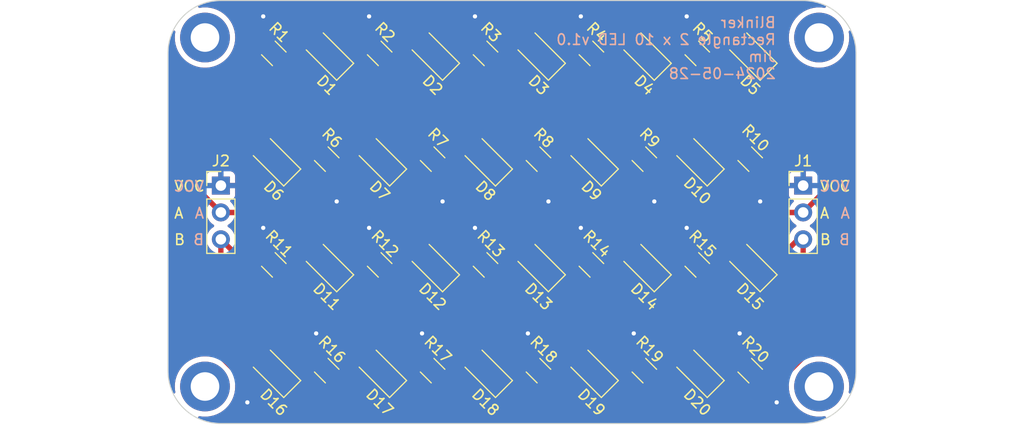
<source format=kicad_pcb>
(kicad_pcb (version 20221018) (generator pcbnew)
  (layers (0 "F.Cu" signal) (31 "B.Cu" signal) (34 "B.Paste" user) (35 "F.Paste" user) (36 "B.SilkS" user "B.Silkscreen") (37 "F.SilkS" user "F.Silkscreen") (38 "B.Mask" user) (39 "F.Mask" user) (44 "Edge.Cuts" user))
  (net 0 "")
  (net 1 "Net-(D1-K)")
  (net 2 "Net-(D1-A)")
  (net 3 "Net-(D2-A)")
  (net 4 "Net-(D3-A)")
  (net 5 "Net-(D4-A)")
  (net 6 "Net-(D5-A)")
  (net 7 "Net-(D6-A)")
  (net 8 "Net-(D7-A)")
  (net 9 "Net-(D8-A)")
  (net 10 "Net-(D9-A)")
  (net 11 "Net-(D10-A)")
  (net 12 "Net-(D11-K)")
  (net 13 "Net-(D11-A)")
  (net 14 "Net-(D12-A)")
  (net 15 "Net-(D13-A)")
  (net 16 "Net-(D14-A)")
  (net 17 "Net-(D15-A)")
  (net 18 "Net-(D16-A)")
  (net 19 "Net-(D17-A)")
  (net 20 "Net-(D18-A)")
  (net 21 "Net-(D19-A)")
  (net 22 "Net-(D20-A)")
  (net 23 "VCC")
  (footprint "MountingHole:MountingHole_2.7mm_M2.5_DIN965_Pad_TopBottom" (layer "F.Cu") (at 76.5 51.5)
    (fp_text reference "REF**" hide)
    (fp_text value "MountingHole_2.7mm_M2.5_DIN965_Pad_TopBottom")
    (pad "1" thru_hole circle (at 0 0) (size 3.1 3.1) (drill 2.7) (layers "*.Cu" "*.Mask"))
    (pad "1" connect circle (at 0 0) (size 4.7 4.7) (layers "F.Cu" "F.Mask"))
    (pad "1" connect circle (at 0 0) (size 4.7 4.7) (layers "B.Cu" "B.Mask"))
  )
  (footprint "Diode_SMD:D_1206_3216Metric_Pad1.42x1.75mm_HandSolder" (layer "F.Cu") (at 60 20 135)
    (fp_text reference "D4" (at -2.12132 -2.12132 135) (layer "F.SilkS"))
    (fp_text value "LED")
    (fp_line (start -2.46 -1.135) (end -2.46 1.135) (stroke (width 0.12)) (layer "F.SilkS"))
    (fp_line (start -2.46 1.135) (end 1.6 1.135) (stroke (width 0.12)) (layer "F.SilkS"))
    (fp_line (start 1.6 -1.135) (end -2.46 -1.135) (stroke (width 0.12)) (layer "F.SilkS"))
    (pad "1" smd roundrect (at -1.4875 0 135) (size 1.425 1.75) (layers "F.Cu" "F.Paste" "F.Mask") (roundrect_rratio 0.1754392982) (net 1 "Net-(D1-K)"))
    (pad "2" smd roundrect (at 1.4875 0 135) (size 1.425 1.75) (layers "F.Cu" "F.Paste" "F.Mask") (roundrect_rratio 0.1754392982) (net 5 "Net-(D4-A)"))
  )
  (footprint "Diode_SMD:D_1206_3216Metric_Pad1.42x1.75mm_HandSolder" (layer "F.Cu") (at 65 50 135)
    (fp_text reference "D20" (at -2.12132 -2.12132 135) (layer "F.SilkS"))
    (fp_text value "LED")
    (fp_line (start -2.46 -1.135) (end -2.46 1.135) (stroke (width 0.12)) (layer "F.SilkS"))
    (fp_line (start -2.46 1.135) (end 1.6 1.135) (stroke (width 0.12)) (layer "F.SilkS"))
    (fp_line (start 1.6 -1.135) (end -2.46 -1.135) (stroke (width 0.12)) (layer "F.SilkS"))
    (pad "1" smd roundrect (at -1.4875 0 135) (size 1.425 1.75) (layers "F.Cu" "F.Paste" "F.Mask") (roundrect_rratio 0.1754392982) (net 12 "Net-(D11-K)"))
    (pad "2" smd roundrect (at 1.4875 0 135) (size 1.425 1.75) (layers "F.Cu" "F.Paste" "F.Mask") (roundrect_rratio 0.1754392982) (net 22 "Net-(D20-A)"))
  )
  (footprint "MountingHole:MountingHole_2.7mm_M2.5_DIN965_Pad_TopBottom" (layer "F.Cu") (at 18.5 18.5)
    (fp_text reference "REF**" hide)
    (fp_text value "MountingHole_2.7mm_M2.5_DIN965_Pad_TopBottom")
    (pad "1" thru_hole circle (at 0 0) (size 3.1 3.1) (drill 2.7) (layers "*.Cu" "*.Mask"))
    (pad "1" connect circle (at 0 0) (size 4.7 4.7) (layers "F.Cu" "F.Mask"))
    (pad "1" connect circle (at 0 0) (size 4.7 4.7) (layers "B.Cu" "B.Mask"))
  )
  (footprint "Diode_SMD:D_1206_3216Metric_Pad1.42x1.75mm_HandSolder" (layer "F.Cu") (at 25 50 135)
    (fp_text reference "D16" (at -2.12132 -2.12132 135) (layer "F.SilkS"))
    (fp_text value "LED")
    (fp_line (start -2.46 -1.135) (end -2.46 1.135) (stroke (width 0.12)) (layer "F.SilkS"))
    (fp_line (start -2.46 1.135) (end 1.6 1.135) (stroke (width 0.12)) (layer "F.SilkS"))
    (fp_line (start 1.6 -1.135) (end -2.46 -1.135) (stroke (width 0.12)) (layer "F.SilkS"))
    (pad "1" smd roundrect (at -1.4875 0 135) (size 1.425 1.75) (layers "F.Cu" "F.Paste" "F.Mask") (roundrect_rratio 0.1754392982) (net 12 "Net-(D11-K)"))
    (pad "2" smd roundrect (at 1.4875 0 135) (size 1.425 1.75) (layers "F.Cu" "F.Paste" "F.Mask") (roundrect_rratio 0.1754392982) (net 18 "Net-(D16-A)"))
  )
  (footprint "Diode_SMD:D_1206_3216Metric_Pad1.42x1.75mm_HandSolder" (layer "F.Cu") (at 50 20 135)
    (fp_text reference "D3" (at -2.12132 -2.12132 135) (layer "F.SilkS"))
    (fp_text value "LED")
    (fp_line (start -2.46 -1.135) (end -2.46 1.135) (stroke (width 0.12)) (layer "F.SilkS"))
    (fp_line (start -2.46 1.135) (end 1.6 1.135) (stroke (width 0.12)) (layer "F.SilkS"))
    (fp_line (start 1.6 -1.135) (end -2.46 -1.135) (stroke (width 0.12)) (layer "F.SilkS"))
    (pad "1" smd roundrect (at -1.4875 0 135) (size 1.425 1.75) (layers "F.Cu" "F.Paste" "F.Mask") (roundrect_rratio 0.1754392982) (net 1 "Net-(D1-K)"))
    (pad "2" smd roundrect (at 1.4875 0 135) (size 1.425 1.75) (layers "F.Cu" "F.Paste" "F.Mask") (roundrect_rratio 0.1754392982) (net 4 "Net-(D3-A)"))
  )
  (footprint "Resistor_SMD:R_1206_3216Metric_Pad1.30x1.75mm_HandSolder" (layer "F.Cu") (at 65 20 -45)
    (fp_text reference "R5" (at -1.06066 -1.767767 135) (layer "F.SilkS"))
    (fp_text value "R")
    (fp_line (start -0.727064 -0.91) (end 0.727064 -0.91) (stroke (width 0.12)) (layer "F.SilkS"))
    (fp_line (start -0.727064 0.91) (end 0.727064 0.91) (stroke (width 0.12)) (layer "F.SilkS"))
    (pad "1" smd roundrect (at -1.55 0 315) (size 1.3 1.75) (layers "F.Cu" "F.Paste" "F.Mask") (roundrect_rratio 0.1923076923) (net 23 "VCC"))
    (pad "2" smd roundrect (at 1.55 0 315) (size 1.3 1.75) (layers "F.Cu" "F.Paste" "F.Mask") (roundrect_rratio 0.1923076923) (net 6 "Net-(D5-A)"))
  )
  (footprint "Diode_SMD:D_1206_3216Metric_Pad1.42x1.75mm_HandSolder" (layer "F.Cu") (at 40 20 135)
    (fp_text reference "D2" (at -2.12132 -2.12132 135) (layer "F.SilkS"))
    (fp_text value "LED")
    (fp_line (start -2.46 -1.135) (end -2.46 1.135) (stroke (width 0.12)) (layer "F.SilkS"))
    (fp_line (start -2.46 1.135) (end 1.6 1.135) (stroke (width 0.12)) (layer "F.SilkS"))
    (fp_line (start 1.6 -1.135) (end -2.46 -1.135) (stroke (width 0.12)) (layer "F.SilkS"))
    (pad "1" smd roundrect (at -1.4875 0 135) (size 1.425 1.75) (layers "F.Cu" "F.Paste" "F.Mask") (roundrect_rratio 0.1754392982) (net 1 "Net-(D1-K)"))
    (pad "2" smd roundrect (at 1.4875 0 135) (size 1.425 1.75) (layers "F.Cu" "F.Paste" "F.Mask") (roundrect_rratio 0.1754392982) (net 3 "Net-(D2-A)"))
  )
  (footprint "Diode_SMD:D_1206_3216Metric_Pad1.42x1.75mm_HandSolder" (layer "F.Cu") (at 40 40 135)
    (fp_text reference "D12" (at -2.12132 -2.12132 135) (layer "F.SilkS"))
    (fp_text value "LED")
    (fp_line (start -2.46 -1.135) (end -2.46 1.135) (stroke (width 0.12)) (layer "F.SilkS"))
    (fp_line (start -2.46 1.135) (end 1.6 1.135) (stroke (width 0.12)) (layer "F.SilkS"))
    (fp_line (start 1.6 -1.135) (end -2.46 -1.135) (stroke (width 0.12)) (layer "F.SilkS"))
    (pad "1" smd roundrect (at -1.4875 0 135) (size 1.425 1.75) (layers "F.Cu" "F.Paste" "F.Mask") (roundrect_rratio 0.1754392982) (net 12 "Net-(D11-K)"))
    (pad "2" smd roundrect (at 1.4875 0 135) (size 1.425 1.75) (layers "F.Cu" "F.Paste" "F.Mask") (roundrect_rratio 0.1754392982) (net 14 "Net-(D12-A)"))
  )
  (footprint "Resistor_SMD:R_1206_3216Metric_Pad1.30x1.75mm_HandSolder" (layer "F.Cu") (at 45 40 -45)
    (fp_text reference "R13" (at -1.06066 -1.767767 135) (layer "F.SilkS"))
    (fp_text value "R")
    (fp_line (start -0.727064 -0.91) (end 0.727064 -0.91) (stroke (width 0.12)) (layer "F.SilkS"))
    (fp_line (start -0.727064 0.91) (end 0.727064 0.91) (stroke (width 0.12)) (layer "F.SilkS"))
    (pad "1" smd roundrect (at -1.55 0 315) (size 1.3 1.75) (layers "F.Cu" "F.Paste" "F.Mask") (roundrect_rratio 0.1923076923) (net 23 "VCC"))
    (pad "2" smd roundrect (at 1.55 0 315) (size 1.3 1.75) (layers "F.Cu" "F.Paste" "F.Mask") (roundrect_rratio 0.1923076923) (net 15 "Net-(D13-A)"))
  )
  (footprint "Resistor_SMD:R_1206_3216Metric_Pad1.30x1.75mm_HandSolder" (layer "F.Cu") (at 55 20 -45)
    (fp_text reference "R4" (at -1.06066 -1.767767 135) (layer "F.SilkS"))
    (fp_text value "R")
    (fp_line (start -0.727064 -0.91) (end 0.727064 -0.91) (stroke (width 0.12)) (layer "F.SilkS"))
    (fp_line (start -0.727064 0.91) (end 0.727064 0.91) (stroke (width 0.12)) (layer "F.SilkS"))
    (pad "1" smd roundrect (at -1.55 0 315) (size 1.3 1.75) (layers "F.Cu" "F.Paste" "F.Mask") (roundrect_rratio 0.1923076923) (net 23 "VCC"))
    (pad "2" smd roundrect (at 1.55 0 315) (size 1.3 1.75) (layers "F.Cu" "F.Paste" "F.Mask") (roundrect_rratio 0.1923076923) (net 5 "Net-(D4-A)"))
  )
  (footprint "Diode_SMD:D_1206_3216Metric_Pad1.42x1.75mm_HandSolder" (layer "F.Cu") (at 30 40 135)
    (fp_text reference "D11" (at -2.12132 -2.12132 135) (layer "F.SilkS"))
    (fp_text value "LED")
    (fp_line (start -2.46 -1.135) (end -2.46 1.135) (stroke (width 0.12)) (layer "F.SilkS"))
    (fp_line (start -2.46 1.135) (end 1.6 1.135) (stroke (width 0.12)) (layer "F.SilkS"))
    (fp_line (start 1.6 -1.135) (end -2.46 -1.135) (stroke (width 0.12)) (layer "F.SilkS"))
    (pad "1" smd roundrect (at -1.4875 0 135) (size 1.425 1.75) (layers "F.Cu" "F.Paste" "F.Mask") (roundrect_rratio 0.1754392982) (net 12 "Net-(D11-K)"))
    (pad "2" smd roundrect (at 1.4875 0 135) (size 1.425 1.75) (layers "F.Cu" "F.Paste" "F.Mask") (roundrect_rratio 0.1754392982) (net 13 "Net-(D11-A)"))
  )
  (footprint "Diode_SMD:D_1206_3216Metric_Pad1.42x1.75mm_HandSolder" (layer "F.Cu") (at 30 20 135)
    (fp_text reference "D1" (at -2.12132 -2.12132 135) (layer "F.SilkS"))
    (fp_text value "LED")
    (fp_line (start -2.46 -1.135) (end -2.46 1.135) (stroke (width 0.12)) (layer "F.SilkS"))
    (fp_line (start -2.46 1.135) (end 1.6 1.135) (stroke (width 0.12)) (layer "F.SilkS"))
    (fp_line (start 1.6 -1.135) (end -2.46 -1.135) (stroke (width 0.12)) (layer "F.SilkS"))
    (pad "1" smd roundrect (at -1.4875 0 135) (size 1.425 1.75) (layers "F.Cu" "F.Paste" "F.Mask") (roundrect_rratio 0.1754392982) (net 1 "Net-(D1-K)"))
    (pad "2" smd roundrect (at 1.4875 0 135) (size 1.425 1.75) (layers "F.Cu" "F.Paste" "F.Mask") (roundrect_rratio 0.1754392982) (net 2 "Net-(D1-A)"))
  )
  (footprint "Diode_SMD:D_1206_3216Metric_Pad1.42x1.75mm_HandSolder" (layer "F.Cu") (at 70 20 135)
    (fp_text reference "D5" (at -2.12132 -2.12132 135) (layer "F.SilkS"))
    (fp_text value "LED")
    (fp_line (start -2.46 -1.135) (end -2.46 1.135) (stroke (width 0.12)) (layer "F.SilkS"))
    (fp_line (start -2.46 1.135) (end 1.6 1.135) (stroke (width 0.12)) (layer "F.SilkS"))
    (fp_line (start 1.6 -1.135) (end -2.46 -1.135) (stroke (width 0.12)) (layer "F.SilkS"))
    (pad "1" smd roundrect (at -1.4875 0 135) (size 1.425 1.75) (layers "F.Cu" "F.Paste" "F.Mask") (roundrect_rratio 0.1754392982) (net 1 "Net-(D1-K)"))
    (pad "2" smd roundrect (at 1.4875 0 135) (size 1.425 1.75) (layers "F.Cu" "F.Paste" "F.Mask") (roundrect_rratio 0.1754392982) (net 6 "Net-(D5-A)"))
  )
  (footprint "MountingHole:MountingHole_2.7mm_M2.5_DIN965_Pad_TopBottom" (layer "F.Cu") (at 18.5 51.5)
    (fp_text reference "REF**" hide)
    (fp_text value "MountingHole_2.7mm_M2.5_DIN965_Pad_TopBottom")
    (pad "1" thru_hole circle (at 0 0) (size 3.1 3.1) (drill 2.7) (layers "*.Cu" "*.Mask"))
    (pad "1" connect circle (at 0 0) (size 4.7 4.7) (layers "F.Cu" "F.Mask"))
    (pad "1" connect circle (at 0 0) (size 4.7 4.7) (layers "B.Cu" "B.Mask"))
  )
  (footprint "Resistor_SMD:R_1206_3216Metric_Pad1.30x1.75mm_HandSolder" (layer "F.Cu") (at 40 50 135)
    (fp_text reference "R17" (at 1.06066 1.767767 135) (layer "F.SilkS"))
    (fp_text value "R")
    (fp_line (start -0.727064 -0.91) (end 0.727064 -0.91) (stroke (width 0.12)) (layer "F.SilkS"))
    (fp_line (start -0.727064 0.91) (end 0.727064 0.91) (stroke (width 0.12)) (layer "F.SilkS"))
    (pad "1" smd roundrect (at -1.55 0 135) (size 1.3 1.75) (layers "F.Cu" "F.Paste" "F.Mask") (roundrect_rratio 0.1923076923) (net 23 "VCC"))
    (pad "2" smd roundrect (at 1.55 0 135) (size 1.3 1.75) (layers "F.Cu" "F.Paste" "F.Mask") (roundrect_rratio 0.1923076923) (net 19 "Net-(D17-A)"))
  )
  (footprint "Resistor_SMD:R_1206_3216Metric_Pad1.30x1.75mm_HandSolder" (layer "F.Cu") (at 65 40 -45)
    (fp_text reference "R15" (at -1.06066 -1.767767 135) (layer "F.SilkS"))
    (fp_text value "R")
    (fp_line (start -0.727064 -0.91) (end 0.727064 -0.91) (stroke (width 0.12)) (layer "F.SilkS"))
    (fp_line (start -0.727064 0.91) (end 0.727064 0.91) (stroke (width 0.12)) (layer "F.SilkS"))
    (pad "1" smd roundrect (at -1.55 0 315) (size 1.3 1.75) (layers "F.Cu" "F.Paste" "F.Mask") (roundrect_rratio 0.1923076923) (net 23 "VCC"))
    (pad "2" smd roundrect (at 1.55 0 315) (size 1.3 1.75) (layers "F.Cu" "F.Paste" "F.Mask") (roundrect_rratio 0.1923076923) (net 17 "Net-(D15-A)"))
  )
  (footprint "Diode_SMD:D_1206_3216Metric_Pad1.42x1.75mm_HandSolder" (layer "F.Cu") (at 45 30 135)
    (fp_text reference "D8" (at -2.12132 -2.12132 135) (layer "F.SilkS"))
    (fp_text value "LED")
    (fp_line (start -2.46 -1.135) (end -2.46 1.135) (stroke (width 0.12)) (layer "F.SilkS"))
    (fp_line (start -2.46 1.135) (end 1.6 1.135) (stroke (width 0.12)) (layer "F.SilkS"))
    (fp_line (start 1.6 -1.135) (end -2.46 -1.135) (stroke (width 0.12)) (layer "F.SilkS"))
    (pad "1" smd roundrect (at -1.4875 0 135) (size 1.425 1.75) (layers "F.Cu" "F.Paste" "F.Mask") (roundrect_rratio 0.1754392982) (net 1 "Net-(D1-K)"))
    (pad "2" smd roundrect (at 1.4875 0 135) (size 1.425 1.75) (layers "F.Cu" "F.Paste" "F.Mask") (roundrect_rratio 0.1754392982) (net 9 "Net-(D8-A)"))
  )
  (footprint "MountingHole:MountingHole_2.7mm_M2.5_DIN965_Pad_TopBottom" (layer "F.Cu") (at 76.5 18.5)
    (fp_text reference "REF**" hide)
    (fp_text value "MountingHole_2.7mm_M2.5_DIN965_Pad_TopBottom")
    (pad "1" thru_hole circle (at 0 0) (size 3.1 3.1) (drill 2.7) (layers "*.Cu" "*.Mask"))
    (pad "1" connect circle (at 0 0) (size 4.7 4.7) (layers "F.Cu" "F.Mask"))
    (pad "1" connect circle (at 0 0) (size 4.7 4.7) (layers "B.Cu" "B.Mask"))
  )
  (footprint "Diode_SMD:D_1206_3216Metric_Pad1.42x1.75mm_HandSolder" (layer "F.Cu") (at 50 40 135)
    (fp_text reference "D13" (at -2.12132 -2.12132 135) (layer "F.SilkS"))
    (fp_text value "LED")
    (fp_line (start -2.46 -1.135) (end -2.46 1.135) (stroke (width 0.12)) (layer "F.SilkS"))
    (fp_line (start -2.46 1.135) (end 1.6 1.135) (stroke (width 0.12)) (layer "F.SilkS"))
    (fp_line (start 1.6 -1.135) (end -2.46 -1.135) (stroke (width 0.12)) (layer "F.SilkS"))
    (pad "1" smd roundrect (at -1.4875 0 135) (size 1.425 1.75) (layers "F.Cu" "F.Paste" "F.Mask") (roundrect_rratio 0.1754392982) (net 12 "Net-(D11-K)"))
    (pad "2" smd roundrect (at 1.4875 0 135) (size 1.425 1.75) (layers "F.Cu" "F.Paste" "F.Mask") (roundrect_rratio 0.1754392982) (net 15 "Net-(D13-A)"))
  )
  (footprint "Connector_PinHeader_2.54mm:PinHeader_1x03_P2.54mm_Vertical" (layer "F.Cu") (at 20 32.5)
    (fp_text reference "J2" (at 0 -2.33) (layer "F.SilkS"))
    (fp_text value "To Base")
    (fp_line (start -1.33 -1.33) (end 0 -1.33) (stroke (width 0.12)) (layer "F.SilkS"))
    (fp_line (start -1.33 0) (end -1.33 -1.33) (stroke (width 0.12)) (layer "F.SilkS"))
    (fp_line (start -1.33 1.27) (end -1.33 6.41) (stroke (width 0.12)) (layer "F.SilkS"))
    (fp_line (start -1.33 1.27) (end 1.33 1.27) (stroke (width 0.12)) (layer "F.SilkS"))
    (fp_line (start -1.33 6.41) (end 1.33 6.41) (stroke (width 0.12)) (layer "F.SilkS"))
    (fp_line (start 1.33 1.27) (end 1.33 6.41) (stroke (width 0.12)) (layer "F.SilkS"))
    (pad "1" thru_hole rect (at 0 0) (size 1.7 1.7) (drill 1) (layers "*.Cu" "*.Mask") (net 23 "VCC"))
    (pad "2" thru_hole oval (at 0 2.54) (size 1.7 1.7) (drill 1) (layers "*.Cu" "*.Mask") (net 1 "Net-(D1-K)"))
    (pad "3" thru_hole oval (at 0 5.08) (size 1.7 1.7) (drill 1) (layers "*.Cu" "*.Mask") (net 12 "Net-(D11-K)"))
  )
  (footprint "Diode_SMD:D_1206_3216Metric_Pad1.42x1.75mm_HandSolder" (layer "F.Cu") (at 60 40 135)
    (fp_text reference "D14" (at -2.12132 -2.12132 135) (layer "F.SilkS"))
    (fp_text value "LED")
    (fp_line (start -2.46 -1.135) (end -2.46 1.135) (stroke (width 0.12)) (layer "F.SilkS"))
    (fp_line (start -2.46 1.135) (end 1.6 1.135) (stroke (width 0.12)) (layer "F.SilkS"))
    (fp_line (start 1.6 -1.135) (end -2.46 -1.135) (stroke (width 0.12)) (layer "F.SilkS"))
    (pad "1" smd roundrect (at -1.4875 0 135) (size 1.425 1.75) (layers "F.Cu" "F.Paste" "F.Mask") (roundrect_rratio 0.1754392982) (net 12 "Net-(D11-K)"))
    (pad "2" smd roundrect (at 1.4875 0 135) (size 1.425 1.75) (layers "F.Cu" "F.Paste" "F.Mask") (roundrect_rratio 0.1754392982) (net 16 "Net-(D14-A)"))
  )
  (footprint "Diode_SMD:D_1206_3216Metric_Pad1.42x1.75mm_HandSolder" (layer "F.Cu") (at 45 50 135)
    (fp_text reference "D18" (at -2.12132 -2.12132 135) (layer "F.SilkS"))
    (fp_text value "LED")
    (fp_line (start -2.46 -1.135) (end -2.46 1.135) (stroke (width 0.12)) (layer "F.SilkS"))
    (fp_line (start -2.46 1.135) (end 1.6 1.135) (stroke (width 0.12)) (layer "F.SilkS"))
    (fp_line (start 1.6 -1.135) (end -2.46 -1.135) (stroke (width 0.12)) (layer "F.SilkS"))
    (pad "1" smd roundrect (at -1.4875 0 135) (size 1.425 1.75) (layers "F.Cu" "F.Paste" "F.Mask") (roundrect_rratio 0.1754392982) (net 12 "Net-(D11-K)"))
    (pad "2" smd roundrect (at 1.4875 0 135) (size 1.425 1.75) (layers "F.Cu" "F.Paste" "F.Mask") (roundrect_rratio 0.1754392982) (net 20 "Net-(D18-A)"))
  )
  (footprint "Resistor_SMD:R_1206_3216Metric_Pad1.30x1.75mm_HandSolder" (layer "F.Cu") (at 50 30 135)
    (fp_text reference "R8" (at 1.06066 1.767767 135) (layer "F.SilkS"))
    (fp_text value "R")
    (fp_line (start -0.727064 -0.91) (end 0.727064 -0.91) (stroke (width 0.12)) (layer "F.SilkS"))
    (fp_line (start -0.727064 0.91) (end 0.727064 0.91) (stroke (width 0.12)) (layer "F.SilkS"))
    (pad "1" smd roundrect (at -1.55 0 135) (size 1.3 1.75) (layers "F.Cu" "F.Paste" "F.Mask") (roundrect_rratio 0.1923076923) (net 23 "VCC"))
    (pad "2" smd roundrect (at 1.55 0 135) (size 1.3 1.75) (layers "F.Cu" "F.Paste" "F.Mask") (roundrect_rratio 0.1923076923) (net 9 "Net-(D8-A)"))
  )
  (footprint "Resistor_SMD:R_1206_3216Metric_Pad1.30x1.75mm_HandSolder" (layer "F.Cu") (at 70 50 135)
    (fp_text reference "R20" (at 1.06066 1.767767 135) (layer "F.SilkS"))
    (fp_text value "R")
    (fp_line (start -0.727064 -0.91) (end 0.727064 -0.91) (stroke (width 0.12)) (layer "F.SilkS"))
    (fp_line (start -0.727064 0.91) (end 0.727064 0.91) (stroke (width 0.12)) (layer "F.SilkS"))
    (pad "1" smd roundrect (at -1.55 0 135) (size 1.3 1.75) (layers "F.Cu" "F.Paste" "F.Mask") (roundrect_rratio 0.1923076923) (net 23 "VCC"))
    (pad "2" smd roundrect (at 1.55 0 135) (size 1.3 1.75) (layers "F.Cu" "F.Paste" "F.Mask") (roundrect_rratio 0.1923076923) (net 22 "Net-(D20-A)"))
  )
  (footprint "Diode_SMD:D_1206_3216Metric_Pad1.42x1.75mm_HandSolder" (layer "F.Cu") (at 55 50 135)
    (fp_text reference "D19" (at -2.12132 -2.12132 135) (layer "F.SilkS"))
    (fp_text value "LED")
    (fp_line (start -2.46 -1.135) (end -2.46 1.135) (stroke (width 0.12)) (layer "F.SilkS"))
    (fp_line (start -2.46 1.135) (end 1.6 1.135) (stroke (width 0.12)) (layer "F.SilkS"))
    (fp_line (start 1.6 -1.135) (end -2.46 -1.135) (stroke (width 0.12)) (layer "F.SilkS"))
    (pad "1" smd roundrect (at -1.4875 0 135) (size 1.425 1.75) (layers "F.Cu" "F.Paste" "F.Mask") (roundrect_rratio 0.1754392982) (net 12 "Net-(D11-K)"))
    (pad "2" smd roundrect (at 1.4875 0 135) (size 1.425 1.75) (layers "F.Cu" "F.Paste" "F.Mask") (roundrect_rratio 0.1754392982) (net 21 "Net-(D19-A)"))
  )
  (footprint "Resistor_SMD:R_1206_3216Metric_Pad1.30x1.75mm_HandSolder" (layer "F.Cu") (at 60 50 135)
    (fp_text reference "R19" (at 1.06066 1.767767 135) (layer "F.SilkS"))
    (fp_text value "R")
    (fp_line (start -0.727064 -0.91) (end 0.727064 -0.91) (stroke (width 0.12)) (layer "F.SilkS"))
    (fp_line (start -0.727064 0.91) (end 0.727064 0.91) (stroke (width 0.12)) (layer "F.SilkS"))
    (pad "1" smd roundrect (at -1.55 0 135) (size 1.3 1.75) (layers "F.Cu" "F.Paste" "F.Mask") (roundrect_rratio 0.1923076923) (net 23 "VCC"))
    (pad "2" smd roundrect (at 1.55 0 135) (size 1.3 1.75) (layers "F.Cu" "F.Paste" "F.Mask") (roundrect_rratio 0.1923076923) (net 21 "Net-(D19-A)"))
  )
  (footprint "Diode_SMD:D_1206_3216Metric_Pad1.42x1.75mm_HandSolder" (layer "F.Cu") (at 35 30 135)
    (fp_text reference "D7" (at -2.12132 -2.12132 135) (layer "F.SilkS"))
    (fp_text value "LED")
    (fp_line (start -2.46 -1.135) (end -2.46 1.135) (stroke (width 0.12)) (layer "F.SilkS"))
    (fp_line (start -2.46 1.135) (end 1.6 1.135) (stroke (width 0.12)) (layer "F.SilkS"))
    (fp_line (start 1.6 -1.135) (end -2.46 -1.135) (stroke (width 0.12)) (layer "F.SilkS"))
    (pad "1" smd roundrect (at -1.4875 0 135) (size 1.425 1.75) (layers "F.Cu" "F.Paste" "F.Mask") (roundrect_rratio 0.1754392982) (net 1 "Net-(D1-K)"))
    (pad "2" smd roundrect (at 1.4875 0 135) (size 1.425 1.75) (layers "F.Cu" "F.Paste" "F.Mask") (roundrect_rratio 0.1754392982) (net 8 "Net-(D7-A)"))
  )
  (footprint "Resistor_SMD:R_1206_3216Metric_Pad1.30x1.75mm_HandSolder" (layer "F.Cu") (at 30 50 135)
    (fp_text reference "R16" (at 1.06066 1.767767 135) (layer "F.SilkS"))
    (fp_text value "R")
    (fp_line (start -0.727064 -0.91) (end 0.727064 -0.91) (stroke (width 0.12)) (layer "F.SilkS"))
    (fp_line (start -0.727064 0.91) (end 0.727064 0.91) (stroke (width 0.12)) (layer "F.SilkS"))
    (pad "1" smd roundrect (at -1.55 0 135) (size 1.3 1.75) (layers "F.Cu" "F.Paste" "F.Mask") (roundrect_rratio 0.1923076923) (net 23 "VCC"))
    (pad "2" smd roundrect (at 1.55 0 135) (size 1.3 1.75) (layers "F.Cu" "F.Paste" "F.Mask") (roundrect_rratio 0.1923076923) (net 18 "Net-(D16-A)"))
  )
  (footprint "Resistor_SMD:R_1206_3216Metric_Pad1.30x1.75mm_HandSolder" (layer "F.Cu") (at 40 30 135)
    (fp_text reference "R7" (at 1.06066 1.767767 135) (layer "F.SilkS"))
    (fp_text value "R")
    (fp_line (start -0.727064 -0.91) (end 0.727064 -0.91) (stroke (width 0.12)) (layer "F.SilkS"))
    (fp_line (start -0.727064 0.91) (end 0.727064 0.91) (stroke (width 0.12)) (layer "F.SilkS"))
    (pad "1" smd roundrect (at -1.55 0 135) (size 1.3 1.75) (layers "F.Cu" "F.Paste" "F.Mask") (roundrect_rratio 0.1923076923) (net 23 "VCC"))
    (pad "2" smd roundrect (at 1.55 0 135) (size 1.3 1.75) (layers "F.Cu" "F.Paste" "F.Mask") (roundrect_rratio 0.1923076923) (net 8 "Net-(D7-A)"))
  )
  (footprint "Resistor_SMD:R_1206_3216Metric_Pad1.30x1.75mm_HandSolder" (layer "F.Cu") (at 55 40 -45)
    (fp_text reference "R14" (at -1.06066 -1.767767 135) (layer "F.SilkS"))
    (fp_text value "R")
    (fp_line (start -0.727064 -0.91) (end 0.727064 -0.91) (stroke (width 0.12)) (layer "F.SilkS"))
    (fp_line (start -0.727064 0.91) (end 0.727064 0.91) (stroke (width 0.12)) (layer "F.SilkS"))
    (pad "1" smd roundrect (at -1.55 0 315) (size 1.3 1.75) (layers "F.Cu" "F.Paste" "F.Mask") (roundrect_rratio 0.1923076923) (net 23 "VCC"))
    (pad "2" smd roundrect (at 1.55 0 315) (size 1.3 1.75) (layers "F.Cu" "F.Paste" "F.Mask") (roundrect_rratio 0.1923076923) (net 16 "Net-(D14-A)"))
  )
  (footprint "Resistor_SMD:R_1206_3216Metric_Pad1.30x1.75mm_HandSolder" (layer "F.Cu") (at 70 30 135)
    (fp_text reference "R10" (at 1.06066 1.767767 135) (layer "F.SilkS"))
    (fp_text value "R")
    (fp_line (start -0.727064 -0.91) (end 0.727064 -0.91) (stroke (width 0.12)) (layer "F.SilkS"))
    (fp_line (start -0.727064 0.91) (end 0.727064 0.91) (stroke (width 0.12)) (layer "F.SilkS"))
    (pad "1" smd roundrect (at -1.55 0 135) (size 1.3 1.75) (layers "F.Cu" "F.Paste" "F.Mask") (roundrect_rratio 0.1923076923) (net 23 "VCC"))
    (pad "2" smd roundrect (at 1.55 0 135) (size 1.3 1.75) (layers "F.Cu" "F.Paste" "F.Mask") (roundrect_rratio 0.1923076923) (net 11 "Net-(D10-A)"))
  )
  (footprint "Diode_SMD:D_1206_3216Metric_Pad1.42x1.75mm_HandSolder" (layer "F.Cu") (at 65 30 135)
    (fp_text reference "D10" (at -2.12132 -2.12132 135) (layer "F.SilkS"))
    (fp_text value "LED")
    (fp_line (start -2.46 -1.135) (end -2.46 1.135) (stroke (width 0.12)) (layer "F.SilkS"))
    (fp_line (start -2.46 1.135) (end 1.6 1.135) (stroke (width 0.12)) (layer "F.SilkS"))
    (fp_line (start 1.6 -1.135) (end -2.46 -1.135) (stroke (width 0.12)) (layer "F.SilkS"))
    (pad "1" smd roundrect (at -1.4875 0 135) (size 1.425 1.75) (layers "F.Cu" "F.Paste" "F.Mask") (roundrect_rratio 0.1754392982) (net 1 "Net-(D1-K)"))
    (pad "2" smd roundrect (at 1.4875 0 135) (size 1.425 1.75) (layers "F.Cu" "F.Paste" "F.Mask") (roundrect_rratio 0.1754392982) (net 11 "Net-(D10-A)"))
  )
  (footprint "Resistor_SMD:R_1206_3216Metric_Pad1.30x1.75mm_HandSolder" (layer "F.Cu") (at 35 40 -45)
    (fp_text reference "R12" (at -1.06066 -1.767767 135) (layer "F.SilkS"))
    (fp_text value "R")
    (fp_line (start -0.727064 -0.91) (end 0.727064 -0.91) (stroke (width 0.12)) (layer "F.SilkS"))
    (fp_line (start -0.727064 0.91) (end 0.727064 0.91) (stroke (width 0.12)) (layer "F.SilkS"))
    (pad "1" smd roundrect (at -1.55 0 315) (size 1.3 1.75) (layers "F.Cu" "F.Paste" "F.Mask") (roundrect_rratio 0.1923076923) (net 23 "VCC"))
    (pad "2" smd roundrect (at 1.55 0 315) (size 1.3 1.75) (layers "F.Cu" "F.Paste" "F.Mask") (roundrect_rratio 0.1923076923) (net 14 "Net-(D12-A)"))
  )
  (footprint "Resistor_SMD:R_1206_3216Metric_Pad1.30x1.75mm_HandSolder" (layer "F.Cu") (at 25 40 -45)
    (fp_text reference "R11" (at -1.06066 -1.767767 135) (layer "F.SilkS"))
    (fp_text value "R")
    (fp_line (start -0.727064 -0.91) (end 0.727064 -0.91) (stroke (width 0.12)) (layer "F.SilkS"))
    (fp_line (start -0.727064 0.91) (end 0.727064 0.91) (stroke (width 0.12)) (layer "F.SilkS"))
    (pad "1" smd roundrect (at -1.55 0 315) (size 1.3 1.75) (layers "F.Cu" "F.Paste" "F.Mask") (roundrect_rratio 0.1923076923) (net 23 "VCC"))
    (pad "2" smd roundrect (at 1.55 0 315) (size 1.3 1.75) (layers "F.Cu" "F.Paste" "F.Mask") (roundrect_rratio 0.1923076923) (net 13 "Net-(D11-A)"))
  )
  (footprint "Resistor_SMD:R_1206_3216Metric_Pad1.30x1.75mm_HandSolder" (layer "F.Cu") (at 35 20 -45)
    (fp_text reference "R2" (at -1.06066 -1.767767 135) (layer "F.SilkS"))
    (fp_text value "R")
    (fp_line (start -0.727064 -0.91) (end 0.727064 -0.91) (stroke (width 0.12)) (layer "F.SilkS"))
    (fp_line (start -0.727064 0.91) (end 0.727064 0.91) (stroke (width 0.12)) (layer "F.SilkS"))
    (pad "1" smd roundrect (at -1.55 0 315) (size 1.3 1.75) (layers "F.Cu" "F.Paste" "F.Mask") (roundrect_rratio 0.1923076923) (net 23 "VCC"))
    (pad "2" smd roundrect (at 1.55 0 315) (size 1.3 1.75) (layers "F.Cu" "F.Paste" "F.Mask") (roundrect_rratio 0.1923076923) (net 3 "Net-(D2-A)"))
  )
  (footprint "Diode_SMD:D_1206_3216Metric_Pad1.42x1.75mm_HandSolder" (layer "F.Cu") (at 55 30 135)
    (fp_text reference "D9" (at -2.12132 -2.12132 135) (layer "F.SilkS"))
    (fp_text value "LED")
    (fp_line (start -2.46 -1.135) (end -2.46 1.135) (stroke (width 0.12)) (layer "F.SilkS"))
    (fp_line (start -2.46 1.135) (end 1.6 1.135) (stroke (width 0.12)) (layer "F.SilkS"))
    (fp_line (start 1.6 -1.135) (end -2.46 -1.135) (stroke (width 0.12)) (layer "F.SilkS"))
    (pad "1" smd roundrect (at -1.4875 0 135) (size 1.425 1.75) (layers "F.Cu" "F.Paste" "F.Mask") (roundrect_rratio 0.1754392982) (net 1 "Net-(D1-K)"))
    (pad "2" smd roundrect (at 1.4875 0 135) (size 1.425 1.75) (layers "F.Cu" "F.Paste" "F.Mask") (roundrect_rratio 0.1754392982) (net 10 "Net-(D9-A)"))
  )
  (footprint "Resistor_SMD:R_1206_3216Metric_Pad1.30x1.75mm_HandSolder" (layer "F.Cu") (at 50 50 135)
    (fp_text reference "R18" (at 1.06066 1.767767 135) (layer "F.SilkS"))
    (fp_text value "R")
    (fp_line (start -0.727064 -0.91) (end 0.727064 -0.91) (stroke (width 0.12)) (layer "F.SilkS"))
    (fp_line (start -0.727064 0.91) (end 0.727064 0.91) (stroke (width 0.12)) (layer "F.SilkS"))
    (pad "1" smd roundrect (at -1.55 0 135) (size 1.3 1.75) (layers "F.Cu" "F.Paste" "F.Mask") (roundrect_rratio 0.1923076923) (net 23 "VCC"))
    (pad "2" smd roundrect (at 1.55 0 135) (size 1.3 1.75) (layers "F.Cu" "F.Paste" "F.Mask") (roundrect_rratio 0.1923076923) (net 20 "Net-(D18-A)"))
  )
  (footprint "Resistor_SMD:R_1206_3216Metric_Pad1.30x1.75mm_HandSolder" (layer "F.Cu") (at 60 30 135)
    (fp_text reference "R9" (at 1.06066 1.767767 135) (layer "F.SilkS"))
    (fp_text value "R")
    (fp_line (start -0.727064 -0.91) (end 0.727064 -0.91) (stroke (width 0.12)) (layer "F.SilkS"))
    (fp_line (start -0.727064 0.91) (end 0.727064 0.91) (stroke (width 0.12)) (layer "F.SilkS"))
    (pad "1" smd roundrect (at -1.55 0 135) (size 1.3 1.75) (layers "F.Cu" "F.Paste" "F.Mask") (roundrect_rratio 0.1923076923) (net 23 "VCC"))
    (pad "2" smd roundrect (at 1.55 0 135) (size 1.3 1.75) (layers "F.Cu" "F.Paste" "F.Mask") (roundrect_rratio 0.1923076923) (net 10 "Net-(D9-A)"))
  )
  (footprint "Diode_SMD:D_1206_3216Metric_Pad1.42x1.75mm_HandSolder" (layer "F.Cu") (at 35 50 135)
    (fp_text reference "D17" (at -2.12132 -2.12132 135) (layer "F.SilkS"))
    (fp_text value "LED")
    (fp_line (start -2.46 -1.135) (end -2.46 1.135) (stroke (width 0.12)) (layer "F.SilkS"))
    (fp_line (start -2.46 1.135) (end 1.6 1.135) (stroke (width 0.12)) (layer "F.SilkS"))
    (fp_line (start 1.6 -1.135) (end -2.46 -1.135) (stroke (width 0.12)) (layer "F.SilkS"))
    (pad "1" smd roundrect (at -1.4875 0 135) (size 1.425 1.75) (layers "F.Cu" "F.Paste" "F.Mask") (roundrect_rratio 0.1754392982) (net 12 "Net-(D11-K)"))
    (pad "2" smd roundrect (at 1.4875 0 135) (size 1.425 1.75) (layers "F.Cu" "F.Paste" "F.Mask") (roundrect_rratio 0.1754392982) (net 19 "Net-(D17-A)"))
  )
  (footprint "Diode_SMD:D_1206_3216Metric_Pad1.42x1.75mm_HandSolder" (layer "F.Cu") (at 25 30 135)
    (fp_text reference "D6" (at -2.12132 -2.12132 135) (layer "F.SilkS"))
    (fp_text value "LED")
    (fp_line (start -2.46 -1.135) (end -2.46 1.135) (stroke (width 0.12)) (layer "F.SilkS"))
    (fp_line (start -2.46 1.135) (end 1.6 1.135) (stroke (width 0.12)) (layer "F.SilkS"))
    (fp_line (start 1.6 -1.135) (end -2.46 -1.135) (stroke (width 0.12)) (layer "F.SilkS"))
    (pad "1" smd roundrect (at -1.4875 0 135) (size 1.425 1.75) (layers "F.Cu" "F.Paste" "F.Mask") (roundrect_rratio 0.1754392982) (net 1 "Net-(D1-K)"))
    (pad "2" smd roundrect (at 1.4875 0 135) (size 1.425 1.75) (layers "F.Cu" "F.Paste" "F.Mask") (roundrect_rratio 0.1754392982) (net 7 "Net-(D6-A)"))
  )
  (footprint "Resistor_SMD:R_1206_3216Metric_Pad1.30x1.75mm_HandSolder" (layer "F.Cu") (at 45 20 -45)
    (fp_text reference "R3" (at -1.06066 -1.767767 135) (layer "F.SilkS"))
    (fp_text value "R")
    (fp_line (start -0.727064 -0.91) (end 0.727064 -0.91) (stroke (width 0.12)) (layer "F.SilkS"))
    (fp_line (start -0.727064 0.91) (end 0.727064 0.91) (stroke (width 0.12)) (layer "F.SilkS"))
    (pad "1" smd roundrect (at -1.55 0 315) (size 1.3 1.75) (layers "F.Cu" "F.Paste" "F.Mask") (roundrect_rratio 0.1923076923) (net 23 "VCC"))
    (pad "2" smd roundrect (at 1.55 0 315) (size 1.3 1.75) (layers "F.Cu" "F.Paste" "F.Mask") (roundrect_rratio 0.1923076923) (net 4 "Net-(D3-A)"))
  )
  (footprint "Resistor_SMD:R_1206_3216Metric_Pad1.30x1.75mm_HandSolder" (layer "F.Cu") (at 30 30 135)
    (fp_text reference "R6" (at 1.06066 1.767767 135) (layer "F.SilkS"))
    (fp_text value "R")
    (fp_line (start -0.727064 -0.91) (end 0.727064 -0.91) (stroke (width 0.12)) (layer "F.SilkS"))
    (fp_line (start -0.727064 0.91) (end 0.727064 0.91) (stroke (width 0.12)) (layer "F.SilkS"))
    (pad "1" smd roundrect (at -1.55 0 135) (size 1.3 1.75) (layers "F.Cu" "F.Paste" "F.Mask") (roundrect_rratio 0.1923076923) (net 23 "VCC"))
    (pad "2" smd roundrect (at 1.55 0 135) (size 1.3 1.75) (layers "F.Cu" "F.Paste" "F.Mask") (roundrect_rratio 0.1923076923) (net 7 "Net-(D6-A)"))
  )
  (footprint "Connector_PinHeader_2.54mm:PinHeader_1x03_P2.54mm_Vertical" (layer "F.Cu") (at 75 32.5)
    (fp_text reference "J1" (at 0 -2.33) (layer "F.SilkS"))
    (fp_text value "To Base")
    (fp_line (start -1.33 -1.33) (end 0 -1.33) (stroke (width 0.12)) (layer "F.SilkS"))
    (fp_line (start -1.33 0) (end -1.33 -1.33) (stroke (width 0.12)) (layer "F.SilkS"))
    (fp_line (start -1.33 1.27) (end -1.33 6.41) (stroke (width 0.12)) (layer "F.SilkS"))
    (fp_line (start -1.33 1.27) (end 1.33 1.27) (stroke (width 0.12)) (layer "F.SilkS"))
    (fp_line (start -1.33 6.41) (end 1.33 6.41) (stroke (width 0.12)) (layer "F.SilkS"))
    (fp_line (start 1.33 1.27) (end 1.33 6.41) (stroke (width 0.12)) (layer "F.SilkS"))
    (pad "1" thru_hole rect (at 0 0) (size 1.7 1.7) (drill 1) (layers "*.Cu" "*.Mask") (net 23 "VCC"))
    (pad "2" thru_hole oval (at 0 2.54) (size 1.7 1.7) (drill 1) (layers "*.Cu" "*.Mask") (net 1 "Net-(D1-K)"))
    (pad "3" thru_hole oval (at 0 5.08) (size 1.7 1.7) (drill 1) (layers "*.Cu" "*.Mask") (net 12 "Net-(D11-K)"))
  )
  (footprint "Resistor_SMD:R_1206_3216Metric_Pad1.30x1.75mm_HandSolder" (layer "F.Cu") (at 25 20 -45)
    (fp_text reference "R1" (at -1.06066 -1.767767 135) (layer "F.SilkS"))
    (fp_text value "R")
    (fp_line (start -0.727064 -0.91) (end 0.727064 -0.91) (stroke (width 0.12)) (layer "F.SilkS"))
    (fp_line (start -0.727064 0.91) (end 0.727064 0.91) (stroke (width 0.12)) (layer "F.SilkS"))
    (pad "1" smd roundrect (at -1.55 0 315) (size 1.3 1.75) (layers "F.Cu" "F.Paste" "F.Mask") (roundrect_rratio 0.1923076923) (net 23 "VCC"))
    (pad "2" smd roundrect (at 1.55 0 315) (size 1.3 1.75) (layers "F.Cu" "F.Paste" "F.Mask") (roundrect_rratio 0.1923076923) (net 2 "Net-(D1-A)"))
  )
  (footprint "Diode_SMD:D_1206_3216Metric_Pad1.42x1.75mm_HandSolder" (layer "F.Cu") (at 70 40 135)
    (fp_text reference "D15" (at -2.12132 -2.12132 135) (layer "F.SilkS"))
    (fp_text value "LED")
    (fp_line (start -2.46 -1.135) (end -2.46 1.135) (stroke (width 0.12)) (layer "F.SilkS"))
    (fp_line (start -2.46 1.135) (end 1.6 1.135) (stroke (width 0.12)) (layer "F.SilkS"))
    (fp_line (start 1.6 -1.135) (end -2.46 -1.135) (stroke (width 0.12)) (layer "F.SilkS"))
    (pad "1" smd roundrect (at -1.4875 0 135) (size 1.425 1.75) (layers "F.Cu" "F.Paste" "F.Mask") (roundrect_rratio 0.1754392982) (net 12 "Net-(D11-K)"))
    (pad "2" smd roundrect (at 1.4875 0 135) (size 1.425 1.75) (layers "F.Cu" "F.Paste" "F.Mask") (roundrect_rratio 0.1754392982) (net 17 "Net-(D15-A)"))
  )
  (gr_line (start 80 20) (end 80 50) (stroke (width 0.1)) (layer "Edge.Cuts"))
  (gr_arc (start 15 20) (mid 16.464466 16.464467) (end 20 15) (stroke (width 0.1)) (layer "Edge.Cuts"))
  (gr_line (start 15 50) (end 15 20) (stroke (width 0.1)) (layer "Edge.Cuts"))
  (gr_line (start 20 15) (end 75 15) (stroke (width 0.1)) (layer "Edge.Cuts"))
  (gr_line (start 75 55) (end 20 55) (stroke (width 0.1)) (layer "Edge.Cuts"))
  (gr_arc (start 20 55) (mid 16.464467 53.535534) (end 15 50) (stroke (width 0.1)) (layer "Edge.Cuts"))
  (gr_arc (start 75 15) (mid 78.535533 16.464466) (end 80 20) (stroke (width 0.1)) (layer "Edge.Cuts"))
  (gr_arc (start 80 50) (mid 78.535534 53.535533) (end 75 55) (stroke (width 0.1)) (layer "Edge.Cuts"))
  (gr_text "A" (at 79.5 35.7) (layer "B.SilkS") (effects (font (size 1 1)) (justify left bottom mirror)))
  (gr_text "B" (at 79.5 38.2) (layer "B.SilkS") (effects (font (size 1 1)) (justify left bottom mirror)))
  (gr_text "B" (at 18.5 38.2) (layer "B.SilkS") (effects (font (size 1 1)) (justify left bottom mirror)))
  (gr_text "VCC" (at 79.5 33.15) (layer "B.SilkS") (effects (font (size 1 1)) (justify left bottom mirror)))
  (gr_text "Blinker \nRectangle 2 x 10 LED v1.0\nJim\n2024-05-28" (at 72.5 22.5) (layer "B.SilkS") (effects (font (size 1 1)) (justify left bottom mirror)))
  (gr_text "A" (at 18.5 35.7) (layer "B.SilkS") (effects (font (size 1 1)) (justify left bottom mirror)))
  (gr_text "VCC" (at 18.5 33.15) (layer "B.SilkS") (effects (font (size 1 1)) (justify left bottom mirror)))
  (gr_text "B" (at 76.5 38.2) (layer "F.SilkS") (effects (font (size 1 1)) (justify left bottom)))
  (gr_text "A" (at 76.5 35.7) (layer "F.SilkS") (effects (font (size 1 1)) (justify left bottom)))
  (gr_text "B" (at 15.5 38.2) (layer "F.SilkS") (effects (font (size 1 1)) (justify left bottom)))
  (gr_text "VCC" (at 15.5 33.15) (layer "F.SilkS") (effects (font (size 1 1)) (justify left bottom)))
  (gr_text "VCC" (at 76.5 33.15) (layer "F.SilkS") (effects (font (size 1 1)) (justify left bottom)))
  (gr_text "A" (at 15.5 35.7) (layer "F.SilkS") (effects (font (size 1 1)) (justify left bottom)))
  (segment (start 61.051821 21.051821) (end 62.525698 22.525698) (width 0.5) (layer "F.Cu") (net 1))
  (segment (start 41.051821 21.051821) (end 42.525698 22.525698) (width 0.5) (layer "F.Cu") (net 1))
  (segment (start 69.577944 22.525698) (end 71.051821 21.051821) (width 0.5) (layer "F.Cu") (net 1))
  (segment (start 20 35.04) (end 32.063642 35.04) (width 0.5) (layer "F.Cu") (net 1))
  (segment (start 29.389375 22.525698) (end 35.078386 22.525698) (width 0.5) (layer "F.Cu") (net 1))
  (segment (start 52.063642 35.04) (end 56.051821 31.051821) (width 0.5) (layer "F.Cu") (net 1))
  (segment (start 50.04 35.04) (end 46.051821 31.051821) (width 0.5) (layer "F.Cu") (net 1))
  (segment (start 29.577944 22.525698) (end 29.389375 22.525698) (width 0.5) (layer "F.Cu") (net 1))
  (segment (start 26.033446 22.525698) (end 29.389375 22.525698) (width 0.5) (layer "F.Cu") (net 1))
  (segment (start 70.04 35.04) (end 66.051821 31.051821) (width 0.5) (layer "F.Cu") (net 1))
  (segment (start 17.841056 30.718088) (end 26.033446 22.525698) (width 0.5) (layer "F.Cu") (net 1))
  (segment (start 31.051821 21.051821) (end 32.525698 22.525698) (width 0.5) (layer "F.Cu") (net 1))
  (segment (start 76.61351 26.613509) (end 72.730413 22.730412) (width 0.5) (layer "F.Cu") (net 1))
  (segment (start 59.577944 22.525698) (end 61.051821 21.051821) (width 0.5) (layer "F.Cu") (net 1))
  (segment (start 42.525698 22.525698) (end 43.035129 22.525698) (width 0.5) (layer "F.Cu") (net 1))
  (segment (start 53.979024 22.525698) (end 58.236499 22.525698) (width 0.5) (layer "F.Cu") (net 1))
  (segment (start 75 35.04) (end 30.04 35.04) (width 0.5) (layer "F.Cu") (net 1))
  (segment (start 75 35.04) (end 60.04 35.04) (width 0.5) (layer "F.Cu") (net 1))
  (segment (start 49.577944 22.525698) (end 51.051821 21.051821) (width 0.5) (layer "F.Cu") (net 1))
  (segment (start 72.730413 22.730412) (end 71.051821 21.051821) (width 0.5) (layer "F.Cu") (net 1))
  (segment (start 38.559322 22.525698) (end 39.577944 22.525698) (width 0.5) (layer "F.Cu") (net 1))
  (segment (start 62.063642 35.04) (end 66.051821 31.051821) (width 0.5) (layer "F.Cu") (net 1))
  (segment (start 76.61351 33.42649) (end 76.61351 26.613509) (width 0.5) (layer "F.Cu") (net 1))
  (segment (start 32.525698 22.525698) (end 38.559322 22.525698) (width 0.5) (layer "F.Cu") (net 1))
  (segment (start 32.063642 35.04) (end 36.051821 31.051821) (width 0.5) (layer "F.Cu") (net 1))
  (segment (start 75 35.04) (end 40.04 35.04) (width 0.5) (layer "F.Cu") (net 1))
  (segment (start 20 35.04) (end 17.841056 32.881056) (width 0.5) (layer "F.Cu") (net 1))
  (segment (start 58.236499 22.525698) (end 59.577944 22.525698) (width 0.5) (layer "F.Cu") (net 1))
  (segment (start 75 35.04) (end 70.04 35.04) (width 0.5) (layer "F.Cu") (net 1))
  (segment (start 60.04 35.04) (end 56.051821 31.051821) (width 0.5) (layer "F.Cu") (net 1))
  (segment (start 42.063642 35.04) (end 46.051821 31.051821) (width 0.5) (layer "F.Cu") (net 1))
  (segment (start 75 35.04) (end 50.04 35.04) (width 0.5) (layer "F.Cu") (net 1))
  (segment (start 30.04 35.04) (end 26.051821 31.051821) (width 0.5) (layer "F.Cu") (net 1))
  (segment (start 72.525699 22.525698) (end 72.730413 22.730412) (width 0.5) (layer "F.Cu") (net 1))
  (segment (start 40.04 35.04) (end 36.051821 31.051821) (width 0.5) (layer "F.Cu") (net 1))
  (segment (start 20 35.04) (end 42.063642 35.04) (width 0.5) (layer "F.Cu") (net 1))
  (segment (start 62.525698 22.525698) (end 63.258137 22.525698) (width 0.5) (layer "F.Cu") (net 1))
  (segment (start 31.051821 21.051821) (end 29.577944 22.525698) (width 0.5) (layer "F.Cu") (net 1))
  (segment (start 39.577944 22.525698) (end 41.051821 21.051821) (width 0.5) (layer "F.Cu") (net 1))
  (segment (start 48.739054 22.525698) (end 49.577944 22.525698) (width 0.5) (layer "F.Cu") (net 1))
  (segment (start 48.739054 22.525698) (end 53.979024 22.525698) (width 0.5) (layer "F.Cu") (net 1))
  (segment (start 38.559322 22.525698) (end 43.035129 22.525698) (width 0.5) (layer "F.Cu") (net 1))
  (segment (start 58.236499 22.525698) (end 63.258137 22.525698) (width 0.5) (layer "F.Cu") (net 1))
  (segment (start 43.035129 22.525698) (end 48.739054 22.525698) (width 0.5) (layer "F.Cu") (net 1))
  (segment (start 51.051821 21.051821) (end 52.525698 22.525698) (width 0.5) (layer "F.Cu") (net 1))
  (segment (start 75 35.04) (end 76.61351 33.42649) (width 0.5) (layer "F.Cu") (net 1))
  (segment (start 52.525698 22.525698) (end 53.979024 22.525698) (width 0.5) (layer "F.Cu") (net 1))
  (segment (start 17.841056 32.881056) (end 17.841056 30.718088) (width 0.5) (layer "F.Cu") (net 1))
  (segment (start 20 35.04) (end 52.063642 35.04) (width 0.5) (layer "F.Cu") (net 1))
  (segment (start 63.258137 22.525698) (end 69.577944 22.525698) (width 0.5) (layer "F.Cu") (net 1))
  (segment (start 69.577944 22.525698) (end 72.525699 22.525698) (width 0.5) (layer "F.Cu") (net 1))
  (segment (start 20 35.04) (end 62.063642 35.04) (width 0.5) (layer "F.Cu") (net 1))
  (segment (start 22.063642 35.04) (end 26.051821 31.051821) (width 0.5) (layer "F.Cu") (net 1))
  (segment (start 20 35.04) (end 22.063642 35.04) (width 0.5) (layer "F.Cu") (net 1))
  (segment (start 28.948179 18.948179) (end 28.243853 18.948179) (width 0.5) (layer "F.Cu") (net 2))
  (segment (start 28.243853 18.948179) (end 26.096016 21.096016) (width 0.5) (layer "F.Cu") (net 2))
  (segment (start 38.948179 18.948179) (end 38.243853 18.948179) (width 0.5) (layer "F.Cu") (net 3))
  (segment (start 38.243853 18.948179) (end 36.096016 21.096016) (width 0.5) (layer "F.Cu") (net 3))
  (segment (start 48.243853 18.948179) (end 46.096016 21.096016) (width 0.5) (layer "F.Cu") (net 4))
  (segment (start 48.948179 18.948179) (end 48.243853 18.948179) (width 0.5) (layer "F.Cu") (net 4))
  (segment (start 58.948179 18.948179) (end 58.243853 18.948179) (width 0.5) (layer "F.Cu") (net 5))
  (segment (start 58.243853 18.948179) (end 56.096016 21.096016) (width 0.5) (layer "F.Cu") (net 5))
  (segment (start 68.243853 18.948179) (end 66.096016 21.096016) (width 0.5) (layer "F.Cu") (net 6))
  (segment (start 68.948179 18.948179) (end 68.243853 18.948179) (width 0.5) (layer "F.Cu") (net 6))
  (segment (start 23.948179 28.948179) (end 28.859789 28.948179) (width 0.5) (layer "F.Cu") (net 7))
  (segment (start 28.859789 28.948179) (end 28.903984 28.903984) (width 0.5) (layer "F.Cu") (net 7))
  (segment (start 38.859789 28.948179) (end 38.903984 28.903984) (width 0.5) (layer "F.Cu") (net 8))
  (segment (start 33.948179 28.948179) (end 38.859789 28.948179) (width 0.5) (layer "F.Cu") (net 8))
  (segment (start 48.859789 28.948179) (end 48.903984 28.903984) (width 0.5) (layer "F.Cu") (net 9))
  (segment (start 43.948179 28.948179) (end 48.859789 28.948179) (width 0.5) (layer "F.Cu") (net 9))
  (segment (start 53.948179 28.948179) (end 58.859789 28.948179) (width 0.5) (layer "F.Cu") (net 10))
  (segment (start 58.859789 28.948179) (end 58.903984 28.903984) (width 0.5) (layer "F.Cu") (net 10))
  (segment (start 63.948179 28.948179) (end 68.859789 28.948179) (width 0.5) (layer "F.Cu") (net 11))
  (segment (start 68.859789 28.948179) (end 68.903984 28.903984) (width 0.5) (layer "F.Cu") (net 11))
  (segment (start 20 48.687913) (end 24.973238 53.661151) (width 0.5) (layer "F.Cu") (net 12))
  (segment (start 71.051821 41.051821) (end 74.523642 37.58) (width 0.5) (layer "F.Cu") (net 12))
  (segment (start 69.577944 42.525698) (end 71.051821 41.051821) (width 0.5) (layer "F.Cu") (net 12))
  (segment (start 58.94965 42.525698) (end 62.715878 42.525698) (width 0.5) (layer "F.Cu") (net 12))
  (segment (start 48.742625 42.525698) (end 53.327599 42.525698) (width 0.5) (layer "F.Cu") (net 12))
  (segment (start 41.051821 41.051821) (end 42.525698 42.525698) (width 0.5) (layer "F.Cu") (net 12))
  (segment (start 26.051821 51.051821) (end 22.473074 51.051821) (width 0.5) (layer "F.Cu") (net 12))
  (segment (start 42.525698 42.525698) (end 48.742625 42.525698) (width 0.5) (layer "F.Cu") (net 12))
  (segment (start 48.661151 53.661151) (end 49.462818 53.661151) (width 0.5) (layer "F.Cu") (net 12))
  (segment (start 62.525698 42.525698) (end 62.715878 42.525698) (width 0.5) (layer "F.Cu") (net 12))
  (segment (start 36.051821 51.051821) (end 38.661151 53.661151) (width 0.5) (layer "F.Cu") (net 12))
  (segment (start 32.724026 53.661151) (end 28.661151 53.661151) (width 0.5) (layer "F.Cu") (net 12))
  (segment (start 70.086517 53.661151) (end 75 48.747668) (width 0.5) (layer "F.Cu") (net 12))
  (segment (start 58.760125 53.661151) (end 63.163155 53.661151) (width 0.5) (layer "F.Cu") (net 12))
  (segment (start 63.163155 53.661151) (end 69.403814 53.661151) (width 0.5) (layer "F.Cu") (net 12))
  (segment (start 38.535601 42.525698) (end 39.577944 42.525698) (width 0.5) (layer "F.Cu") (net 12))
  (segment (start 63.442491 53.661151) (end 63.163155 53.661151) (width 0.5) (layer "F.Cu") (net 12))
  (segment (start 52.719605 53.661151) (end 49.462818 53.661151) (width 0.5) (layer "F.Cu") (net 12))
  (segment (start 59.577944 42.525698) (end 61.051821 41.051821) (width 0.5) (layer "F.Cu") (net 12))
  (segment (start 25.241017 53.661151) (end 28.661151 53.661151) (width 0.5) (layer "F.Cu") (net 12))
  (segment (start 46.051821 51.051821) (end 43.442491 53.661151) (width 0.5) (layer "F.Cu") (net 12))
  (segment (start 69.403814 53.661151) (end 70.086517 53.661151) (width 0.5) (layer "F.Cu") (net 12))
  (segment (start 28.465034 42.525698) (end 29.577944 42.525698) (width 0.5) (layer "F.Cu") (net 12))
  (segment (start 36.051821 51.051821) (end 33.442491 53.661151) (width 0.5) (layer "F.Cu") (net 12))
  (segment (start 38.661151 53.661151) (end 39.164822 53.661151) (width 0.5) (layer "F.Cu") (net 12))
  (segment (start 66.051821 51.051821) (end 63.442491 53.661151) (width 0.5) (layer "F.Cu") (net 12))
  (segment (start 52.719605 53.661151) (end 58.760125 53.661151) (width 0.5) (layer "F.Cu") (net 12))
  (segment (start 61.051821 41.051821) (end 62.525698 42.525698) (width 0.5) (layer "F.Cu") (net 12))
  (segment (start 33.442491 53.661151) (end 32.724026 53.661151) (width 0.5) (layer "F.Cu") (net 12))
  (segment (start 51.051821 41.051821) (end 52.525698 42.525698) (width 0.5) (layer "F.Cu") (net 12))
  (segment (start 66.051821 51.051821) (end 68.661151 53.661151) (width 0.5) (layer "F.Cu") (net 12))
  (segment (start 24.945698 42.525698) (end 28.465034 42.525698) (width 0.5) (layer "F.Cu") (net 12))
  (segment (start 24.973238 53.661151) (end 25.241017 53.661151) (width 0.5) (layer "F.Cu") (net 12))
  (segment (start 52.525698 42.525698) (end 53.327599 42.525698) (width 0.5) (layer "F.Cu") (net 12))
  (segment (start 62.715878 42.525698) (end 69.577944 42.525698) (width 0.5) (layer "F.Cu") (net 12))
  (segment (start 43.442491 53.661151) (end 42.51258 53.661151) (width 0.5) (layer "F.Cu") (net 12))
  (segment (start 53.327599 42.525698) (end 58.94965 42.525698) (width 0.5) (layer "F.Cu") (net 12))
  (segment (start 53.442491 53.661151) (end 52.719605 53.661151) (width 0.5) (layer "F.Cu") (net 12))
  (segment (start 74.523642 37.58) (end 75 37.58) (width 0.5) (layer "F.Cu") (net 12))
  (segment (start 39.577944 42.525698) (end 41.051821 41.051821) (width 0.5) (layer "F.Cu") (net 12))
  (segment (start 58.661151 53.661151) (end 58.760125 53.661151) (width 0.5) (layer "F.Cu") (net 12))
  (segment (start 20 37.58) (end 20 48.687913) (width 0.5) (layer "F.Cu") (net 12))
  (segment (start 31.051821 41.051821) (end 32.525698 42.525698) (width 0.5) (layer "F.Cu") (net 12))
  (segment (start 20 37.58) (end 24.945698 42.525698) (width 0.5) (layer "F.Cu") (net 12))
  (segment (start 75 48.747668) (end 75 37.58) (width 0.5) (layer "F.Cu") (net 12))
  (segment (start 32.525698 42.525698) (end 33.050008 42.525698) (width 0.5) (layer "F.Cu") (net 12))
  (segment (start 33.050008 42.525698) (end 38.535601 42.525698) (width 0.5) (layer "F.Cu") (net 12))
  (segment (start 56.051821 51.051821) (end 58.661151 53.661151) (width 0.5) (layer "F.Cu") (net 12))
  (segment (start 28.465034 42.525698) (end 33.050008 42.525698) (width 0.5) (layer "F.Cu") (net 12))
  (segment (start 46.051821 51.051821) (end 48.661151 53.661151) (width 0.5) (layer "F.Cu") (net 12))
  (segment (start 49.577944 42.525698) (end 51.051821 41.051821) (width 0.5) (layer "F.Cu") (net 12))
  (segment (start 39.164822 53.661151) (end 32.724026 53.661151) (width 0.5) (layer "F.Cu") (net 12))
  (segment (start 68.661151 53.661151) (end 69.403814 53.661151) (width 0.5) (layer "F.Cu") (net 12))
  (segment (start 28.661151 53.661151) (end 26.051821 51.051821) (width 0.5) (layer "F.Cu") (net 12))
  (segment (start 56.051821 51.051821) (end 53.442491 53.661151) (width 0.5) (layer "F.Cu") (net 12))
  (segment (start 58.94965 42.525698) (end 59.577944 42.525698) (width 0.5) (layer "F.Cu") (net 12))
  (segment (start 42.51258 53.661151) (end 39.164822 53.661151) (width 0.5) (layer "F.Cu") (net 12))
  (segment (start 49.462818 53.661151) (end 42.51258 53.661151) (width 0.5) (layer "F.Cu") (net 12))
  (segment (start 38.535601 42.525698) (end 42.525698 42.525698) (width 0.5) (layer "F.Cu") (net 12))
  (segment (start 48.742625 42.525698) (end 49.577944 42.525698) (width 0.5) (layer "F.Cu") (net 12))
  (segment (start 29.577944 42.525698) (end 31.051821 41.051821) (width 0.5) (layer "F.Cu") (net 12))
  (segment (start 28.948179 38.948179) (end 28.243853 38.948179) (width 0.5) (layer "F.Cu") (net 13))
  (segment (start 28.243853 38.948179) (end 26.096016 41.096016) (width 0.5) (layer "F.Cu") (net 13))
  (segment (start 38.948179 38.948179) (end 38.243853 38.948179) (width 0.5) (layer "F.Cu") (net 14))
  (segment (start 38.243853 38.948179) (end 36.096016 41.096016) (width 0.5) (layer "F.Cu") (net 14))
  (segment (start 48.948179 38.948179) (end 48.243853 38.948179) (width 0.5) (layer "F.Cu") (net 15))
  (segment (start 48.243853 38.948179) (end 46.096016 41.096016) (width 0.5) (layer "F.Cu") (net 15))
  (segment (start 58.243853 38.948179) (end 56.096016 41.096016) (width 0.5) (layer "F.Cu") (net 16))
  (segment (start 58.948179 38.948179) (end 58.243853 38.948179) (width 0.5) (layer "F.Cu") (net 16))
  (segment (start 68.243853 38.948179) (end 66.096016 41.096016) (width 0.5) (layer "F.Cu") (net 17))
  (segment (start 68.948179 38.948179) (end 68.243853 38.948179) (width 0.5) (layer "F.Cu") (net 17))
  (segment (start 23.948179 48.948179) (end 28.859789 48.948179) (width 0.5) (layer "F.Cu") (net 18))
  (segment (start 28.859789 48.948179) (end 28.903984 48.903984) (width 0.5) (layer "F.Cu") (net 18))
  (segment (start 33.948179 48.948179) (end 38.859789 48.948179) (width 0.5) (layer "F.Cu") (net 19))
  (segment (start 38.859789 48.948179) (end 38.903984 48.903984) (width 0.5) (layer "F.Cu") (net 19))
  (segment (start 48.859789 48.948179) (end 48.903984 48.903984) (width 0.5) (layer "F.Cu") (net 20))
  (segment (start 43.948179 48.948179) (end 48.859789 48.948179) (width 0.5) (layer "F.Cu") (net 20))
  (segment (start 53.948179 48.948179) (end 58.859789 48.948179) (width 0.5) (layer "F.Cu") (net 21))
  (segment (start 58.859789 48.948179) (end 58.903984 48.903984) (width 0.5) (layer "F.Cu") (net 21))
  (segment (start 63.948179 48.948179) (end 68.859789 48.948179) (width 0.5) (layer "F.Cu") (net 22))
  (segment (start 68.859789 48.948179) (end 68.903984 48.903984) (width 0.5) (layer "F.Cu") (net 22))
  (via (at 64 36.5) (size 0.8) (drill 0.4) (layers "F.Cu" "B.Cu") (net 23))
  (via (at 59 46.48) (size 0.8) (drill 0.4) (layers "F.Cu" "B.Cu") (net 23))
  (via (at 40.94 34) (size 0.8) (drill 0.4) (layers "F.Cu" "B.Cu") (net 23))
  (via (at 54 16.5) (size 0.8) (drill 0.4) (layers "F.Cu" "B.Cu") (net 23))
  (via (at 39 46.48) (size 0.8) (drill 0.4) (layers "F.Cu" "B.Cu") (net 23))
  (via (at 44 36.5) (size 0.8) (drill 0.4) (layers "F.Cu" "B.Cu") (net 23))
  (via (at 60.94 34) (size 0.8) (drill 0.4) (layers "F.Cu" "B.Cu") (net 23))
  (via (at 34 16.5) (size 0.8) (drill 0.4) (layers "F.Cu" "B.Cu") (net 23))
  (via (at 54 36.5) (size 0.8) (drill 0.4) (layers "F.Cu" "B.Cu") (net 23))
  (via (at 72.5 53) (size 0.8) (drill 0.4) (layers "F.Cu" "B.Cu") (net 23))
  (via (at 29 46.48) (size 0.8) (drill 0.4) (layers "F.Cu" "B.Cu") (net 23))
  (via (at 64 16.5) (size 0.8) (drill 0.4) (layers "F.Cu" "B.Cu") (net 23))
  (via (at 24 36.5) (size 0.8) (drill 0.4) (layers "F.Cu" "B.Cu") (net 23))
  (via (at 50.94 34) (size 0.8) (drill 0.4) (layers "F.Cu" "B.Cu") (net 23))
  (via (at 34 36.5) (size 0.8) (drill 0.4) (layers "F.Cu" "B.Cu") (net 23))
  (via (at 70.94 34) (size 0.8) (drill 0.4) (layers "F.Cu" "B.Cu") (net 23))
  (via (at 24 16.5) (size 0.8) (drill 0.4) (layers "F.Cu" "B.Cu") (net 23))
  (via (at 44 16.5) (size 0.8) (drill 0.4) (layers "F.Cu" "B.Cu") (net 23))
  (via (at 49 46.48) (size 0.8) (drill 0.4) (layers "F.Cu" "B.Cu") (net 23))
  (via (at 30.94 34) (size 0.8) (drill 0.4) (layers "F.Cu" "B.Cu") (net 23))
  (via (at 22.5 53) (size 0.8) (drill 0.4) (layers "F.Cu" "B.Cu") (net 23))
  (via (at 69 46.48) (size 0.8) (drill 0.4) (layers "F.Cu" "B.Cu") (net 23))
  (zone (net 23) (net_name "VCC") (layers "F&B.Cu") (connect_pads (clearance 0.5)) (min_thickness 0.25) (fill yes (thermal_gap 0.5) (thermal_bridge_width 0.5))
    (polygon (pts (xy 14.974724 14.976209) (xy 14.993128 55.021388) (xy 80.005953 55.004178) (xy 80.012408 14.98764)))
  )
)
</source>
